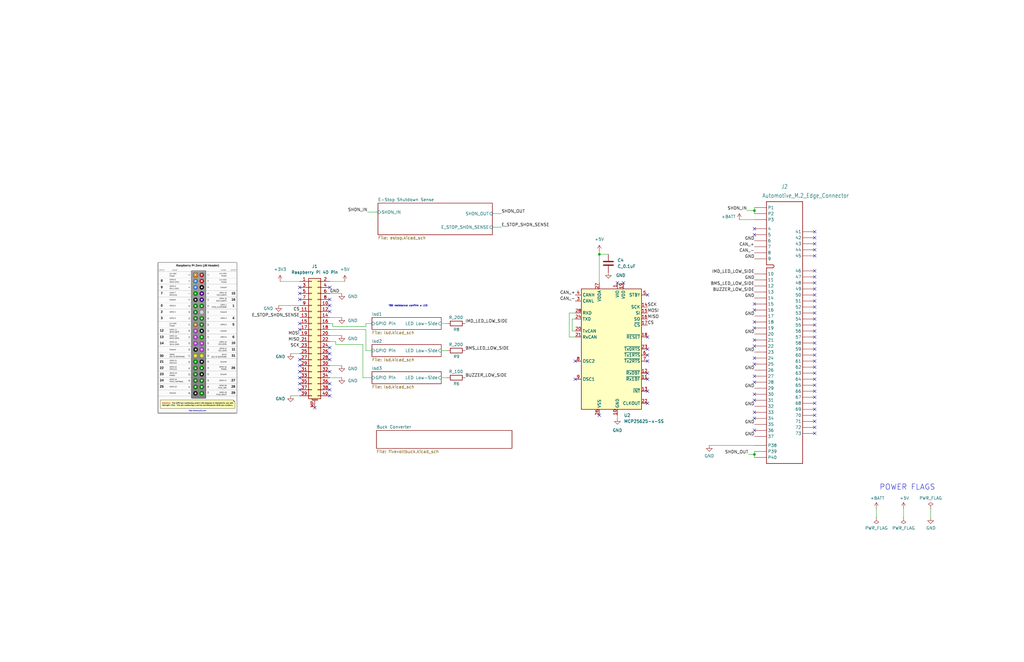
<source format=kicad_sch>
(kicad_sch (version 20211123) (generator eeschema)
  (paper "B")
  (title_block (title "OEM Pi Hat Dashboard Schematic") (date "2022-11-06") (rev "1") (company "Olin Electric Motorsports") (comment 1 "Amanda Chang"))
  (lib_symbols
    (symbol "Connector_Generic_MountingPin:Conn_02x20_Odd_Even_MountingPin" (pin_names (offset 1.016) hide)
      (property "Reference" "J" (at 1.27 25.4 0))
      (property "Value" "Conn_02x20_Odd_Even_MountingPin" (at 2.54 -27.94 0))
      (symbol "Conn_02x20_Odd_Even_MountingPin_1_1"
        (rectangle (start -1.27 -25.273) (end 0 -25.527) (stroke (width 0.1524)))
        (rectangle (start -1.27 -22.733) (end 0 -22.987) (stroke (width 0.1524)))
        (rectangle (start -1.27 -20.193) (end 0 -20.447) (stroke (width 0.1524)))
        (rectangle (start -1.27 -17.653) (end 0 -17.907) (stroke (width 0.1524)))
        (rectangle (start -1.27 -15.113) (end 0 -15.367) (stroke (width 0.1524)))
        (rectangle (start -1.27 -12.573) (end 0 -12.827) (stroke (width 0.1524)))
        (rectangle (start -1.27 -10.033) (end 0 -10.287) (stroke (width 0.1524)))
        (rectangle (start -1.27 -7.493) (end 0 -7.747) (stroke (width 0.1524)))
        (rectangle (start -1.27 -4.953) (end 0 -5.207) (stroke (width 0.1524)))
        (rectangle (start -1.27 -2.413) (end 0 -2.667) (stroke (width 0.1524)))
        (rectangle (start -1.27 0.127) (end 0 -0.127) (stroke (width 0.1524)))
        (rectangle (start -1.27 2.667) (end 0 2.413) (stroke (width 0.1524)))
        (rectangle (start -1.27 5.207) (end 0 4.953) (stroke (width 0.1524)))
        (rectangle (start -1.27 7.747) (end 0 7.493) (stroke (width 0.1524)))
        (rectangle (start -1.27 10.287) (end 0 10.033) (stroke (width 0.1524)))
        (rectangle (start -1.27 12.827) (end 0 12.573) (stroke (width 0.1524)))
        (rectangle (start -1.27 15.367) (end 0 15.113) (stroke (width 0.1524)))
        (rectangle (start -1.27 17.907) (end 0 17.653) (stroke (width 0.1524)))
        (rectangle (start -1.27 20.447) (end 0 20.193) (stroke (width 0.1524)))
        (rectangle (start -1.27 22.987) (end 0 22.733) (stroke (width 0.1524)))
        (rectangle (start -1.27 24.13) (end 3.81 -26.67) (stroke (width 0.254)) (fill (type background)))
        (polyline (pts (xy 0.254 -27.432) (xy 2.286 -27.432)) (stroke (width 0.1524)))
        (rectangle (start 3.81 -25.273) (end 2.54 -25.527) (stroke (width 0.1524)))
        (rectangle (start 3.81 -22.733) (end 2.54 -22.987) (stroke (width 0.1524)))
        (rectangle (start 3.81 -20.193) (end 2.54 -20.447) (stroke (width 0.1524)))
        (rectangle (start 3.81 -17.653) (end 2.54 -17.907) (stroke (width 0.1524)))
        (rectangle (start 3.81 -15.113) (end 2.54 -15.367) (stroke (width 0.1524)))
        (rectangle (start 3.81 -12.573) (end 2.54 -12.827) (stroke (width 0.1524)))
        (rectangle (start 3.81 -10.033) (end 2.54 -10.287) (stroke (width 0.1524)))
        (rectangle (start 3.81 -7.493) (end 2.54 -7.747) (stroke (width 0.1524)))
        (rectangle (start 3.81 -4.953) (end 2.54 -5.207) (stroke (width 0.1524)))
        (rectangle (start 3.81 -2.413) (end 2.54 -2.667) (stroke (width 0.1524)))
        (rectangle (start 3.81 0.127) (end 2.54 -0.127) (stroke (width 0.1524)))
        (rectangle (start 3.81 2.667) (end 2.54 2.413) (stroke (width 0.1524)))
        (rectangle (start 3.81 5.207) (end 2.54 4.953) (stroke (width 0.1524)))
        (rectangle (start 3.81 7.747) (end 2.54 7.493) (stroke (width 0.1524)))
        (rectangle (start 3.81 10.287) (end 2.54 10.033) (stroke (width 0.1524)))
        (rectangle (start 3.81 12.827) (end 2.54 12.573) (stroke (width 0.1524)))
        (rectangle (start 3.81 15.367) (end 2.54 15.113) (stroke (width 0.1524)))
        (rectangle (start 3.81 17.907) (end 2.54 17.653) (stroke (width 0.1524)))
        (rectangle (start 3.81 20.447) (end 2.54 20.193) (stroke (width 0.1524)))
        (rectangle (start 3.81 22.987) (end 2.54 22.733) (stroke (width 0.1524)))
        (text "Mounting" (at 1.27 -27.051 0) (effects (font (size 0.381 0.381))))
        (pin passive line (at -5.08 22.86 0) (length 3.81) (name "Pin_1") (number "1"))
        (pin passive line (at 7.62 12.7 180) (length 3.81) (name "Pin_10") (number "10"))
        (pin passive line (at -5.08 10.16 0) (length 3.81) (name "Pin_11") (number "11"))
        (pin passive line (at 7.62 10.16 180) (length 3.81) (name "Pin_12") (number "12"))
        (pin passive line (at -5.08 7.62 0) (length 3.81) (name "Pin_13") (number "13"))
        (pin passive line (at 7.62 7.62 180) (length 3.81) (name "Pin_14") (number "14"))
        (pin passive line (at -5.08 5.08 0) (length 3.81) (name "Pin_15") (number "15"))
        (pin passive line (at 7.62 5.08 180) (length 3.81) (name "Pin_16") (number "16"))
        (pin passive line (at -5.08 2.54 0) (length 3.81) (name "Pin_17") (number "17"))
        (pin passive line (at 7.62 2.54 180) (length 3.81) (name "Pin_18") (number "18"))
        (pin passive line (at -5.08 0 0) (length 3.81) (name "Pin_19") (number "19"))
        (pin passive line (at 7.62 22.86 180) (length 3.81) (name "Pin_2") (number "2"))
        (pin passive line (at 7.62 0 180) (length 3.81) (name "Pin_20") (number "20"))
        (pin passive line (at -5.08 -2.54 0) (length 3.81) (name "Pin_21") (number "21"))
        (pin passive line (at 7.62 -2.54 180) (length 3.81) (name "Pin_22") (number "22"))
        (pin passive line (at -5.08 -5.08 0) (length 3.81) (name "Pin_23") (number "23"))
        (pin passive line (at 7.62 -5.08 180) (length 3.81) (name "Pin_24") (number "24"))
        (pin passive line (at -5.08 -7.62 0) (length 3.81) (name "Pin_25") (number "25"))
        (pin passive line (at 7.62 -7.62 180) (length 3.81) (name "Pin_26") (number "26"))
        (pin passive line (at -5.08 -10.16 0) (length 3.81) (name "Pin_27") (number "27"))
        (pin passive line (at 7.62 -10.16 180) (length 3.81) (name "Pin_28") (number "28"))
        (pin passive line (at -5.08 -12.7 0) (length 3.81) (name "Pin_29") (number "29"))
        (pin passive line (at -5.08 20.32 0) (length 3.81) (name "Pin_3") (number "3"))
        (pin passive line (at 7.62 -12.7 180) (length 3.81) (name "Pin_30") (number "30"))
        (pin passive line (at -5.08 -15.24 0) (length 3.81) (name "Pin_31") (number "31"))
        (pin passive line (at 7.62 -15.24 180) (length 3.81) (name "Pin_32") (number "32"))
        (pin passive line (at -5.08 -17.78 0) (length 3.81) (name "Pin_33") (number "33"))
        (pin passive line (at 7.62 -17.78 180) (length 3.81) (name "Pin_34") (number "34"))
        (pin passive line (at -5.08 -20.32 0) (length 3.81) (name "Pin_35") (number "35"))
        (pin passive line (at 7.62 -20.32 180) (length 3.81) (name "Pin_36") (number "36"))
        (pin passive line (at -5.08 -22.86 0) (length 3.81) (name "Pin_37") (number "37"))
        (pin passive line (at 7.62 -22.86 180) (length 3.81) (name "Pin_38") (number "38"))
        (pin passive line (at -5.08 -25.4 0) (length 3.81) (name "Pin_39") (number "39"))
        (pin passive line (at 7.62 20.32 180) (length 3.81) (name "Pin_4") (number "4"))
        (pin passive line (at 7.62 -25.4 180) (length 3.81) (name "Pin_40") (number "40"))
        (pin passive line (at -5.08 17.78 0) (length 3.81) (name "Pin_5") (number "5"))
        (pin passive line (at 7.62 17.78 180) (length 3.81) (name "Pin_6") (number "6"))
        (pin passive line (at -5.08 15.24 0) (length 3.81) (name "Pin_7") (number "7"))
        (pin passive line (at 7.62 15.24 180) (length 3.81) (name "Pin_8") (number "8"))
        (pin passive line (at -5.08 12.7 0) (length 3.81) (name "Pin_9") (number "9"))
        (pin passive line (at 1.27 -30.48 90) (length 3.048) (name "MountPin") (number "MP"))
      )
    )
    (symbol "formula:Automotive_M.2_Edge_Connector"
      (property "Reference" "J?" (at 1.27 49.53 0))
      (property "Value" "Automotive_M.2_Edge_Connector" (at 7.62 45.72 0))
      (symbol "Automotive_M.2_Edge_Connector_0_1"
        (arc (start -5.0436 15.2415) (mid -4.4198 15.8765) (end -5.0436 16.5115) (stroke (width 0.25)))
        (polyline (pts (xy -7.62 15.24) (xy -5.08 15.24)) (stroke (width 0.25)))
        (polyline (pts (xy -7.62 16.51) (xy -5.08 16.51)) (stroke (width 0.25)))
        (polyline (pts (xy -7.62 43.18) (xy -7.62 16.51)) (stroke (width 0.25)))
        (polyline (pts (xy 7.62 -67.31) (xy -7.62 -67.31)) (stroke (width 0.25)))
      )
      (symbol "Automotive_M.2_Edge_Connector_1_0"
        (polyline (pts (xy -7.62 -67.31) (xy -7.62 15.24)) (stroke (width 0.254)))
        (polyline (pts (xy 7.62 43.18) (xy -7.62 43.18)) (stroke (width 0.254)))
        (polyline (pts (xy 7.62 43.18) (xy 7.62 -67.31)) (stroke (width 0.254)))
        (pin bidirectional line (at -12.7 12.7 0) (length 5.08) (name "10") (number "10"))
        (pin bidirectional line (at -12.7 10.16 0) (length 5.08) (name "11") (number "11"))
        (pin bidirectional line (at -12.7 7.62 0) (length 5.08) (name "12") (number "12"))
        (pin bidirectional line (at -12.7 5.08 0) (length 5.08) (name "13") (number "13"))
        (pin bidirectional line (at -12.7 2.54 0) (length 5.08) (name "14") (number "14"))
        (pin bidirectional line (at -12.7 0 0) (length 5.08) (name "15") (number "15"))
        (pin bidirectional line (at -12.7 -2.54 0) (length 5.08) (name "16") (number "16"))
        (pin bidirectional line (at -12.7 -5.08 0) (length 5.08) (name "17") (number "17"))
        (pin bidirectional line (at -12.7 -7.62 0) (length 5.08) (name "18") (number "18"))
        (pin bidirectional line (at -12.7 -10.16 0) (length 5.08) (name "19") (number "19"))
        (pin bidirectional line (at -12.7 -12.7 0) (length 5.08) (name "20") (number "20"))
        (pin bidirectional line (at -12.7 -15.24 0) (length 5.08) (name "21") (number "21"))
        (pin bidirectional line (at -12.7 -17.78 0) (length 5.08) (name "22") (number "22"))
        (pin bidirectional line (at -12.7 -20.32 0) (length 5.08) (name "23") (number "23"))
        (pin bidirectional line (at -12.7 -22.86 0) (length 5.08) (name "24") (number "24"))
        (pin bidirectional line (at -12.7 -25.4 0) (length 5.08) (name "25") (number "25"))
        (pin bidirectional line (at -12.7 -27.94 0) (length 5.08) (name "26") (number "26"))
        (pin bidirectional line (at -12.7 -30.48 0) (length 5.08) (name "27") (number "27"))
        (pin bidirectional line (at -12.7 -33.02 0) (length 5.08) (name "28") (number "28"))
        (pin bidirectional line (at -12.7 -35.56 0) (length 5.08) (name "29") (number "29"))
        (pin bidirectional line (at -12.7 -38.1 0) (length 5.08) (name "30") (number "30"))
        (pin bidirectional line (at -12.7 -40.64 0) (length 5.08) (name "31") (number "31"))
        (pin bidirectional line (at -12.7 -43.18 0) (length 5.08) (name "32") (number "32"))
        (pin bidirectional line (at -12.7 -45.72 0) (length 5.08) (name "33") (number "33"))
        (pin bidirectional line (at -12.7 -48.26 0) (length 5.08) (name "34") (number "34"))
        (pin bidirectional line (at -12.7 -50.8 0) (length 5.08) (name "35") (number "35"))
        (pin bidirectional line (at -12.7 -53.34 0) (length 5.08) (name "36") (number "36"))
        (pin bidirectional line (at -12.7 -55.88 0) (length 5.08) (name "37") (number "37"))
        (pin bidirectional line (at -12.7 31.75 0) (length 5.08) (name "4") (number "4"))
        (pin bidirectional line (at 12.7 30.48 180) (length 5.08) (name "41") (number "41"))
        (pin bidirectional line (at 12.7 27.94 180) (length 5.08) (name "42") (number "42"))
        (pin bidirectional line (at 12.7 25.4 180) (length 5.08) (name "43") (number "43"))
        (pin bidirectional line (at 12.7 22.86 180) (length 5.08) (name "44") (number "44"))
        (pin bidirectional line (at 12.7 20.32 180) (length 5.08) (name "45") (number "45"))
        (pin bidirectional line (at 12.7 13.97 180) (length 5.08) (name "46") (number "46"))
        (pin bidirectional line (at 12.7 11.43 180) (length 5.08) (name "47") (number "47"))
        (pin bidirectional line (at 12.7 8.89 180) (length 5.08) (name "48") (number "48"))
        (pin bidirectional line (at 12.7 6.35 180) (length 5.08) (name "49") (number "49"))
        (pin bidirectional line (at -12.7 29.21 0) (length 5.08) (name "5") (number "5"))
        (pin bidirectional line (at 12.7 3.81 180) (length 5.08) (name "50") (number "50"))
        (pin bidirectional line (at 12.7 1.27 180) (length 5.08) (name "51") (number "51"))
        (pin bidirectional line (at 12.7 -1.27 180) (length 5.08) (name "52") (number "52"))
        (pin bidirectional line (at 12.7 -3.81 180) (length 5.08) (name "53") (number "53"))
        (pin bidirectional line (at 12.7 -6.35 180) (length 5.08) (name "54") (number "54"))
        (pin bidirectional line (at 12.7 -8.89 180) (length 5.08) (name "55") (number "55"))
        (pin bidirectional line (at 12.7 -11.43 180) (length 5.08) (name "56") (number "56"))
        (pin bidirectional line (at 12.7 -13.97 180) (length 5.08) (name "57") (number "57"))
        (pin bidirectional line (at 12.7 -16.51 180) (length 5.08) (name "58") (number "58"))
        (pin bidirectional line (at 12.7 -19.05 180) (length 5.08) (name "59") (number "59"))
        (pin bidirectional line (at -12.7 26.67 0) (length 5.08) (name "6") (number "6"))
        (pin bidirectional line (at 12.7 -21.59 180) (length 5.08) (name "60") (number "60"))
        (pin bidirectional line (at 12.7 -24.13 180) (length 5.08) (name "61") (number "61"))
        (pin bidirectional line (at 12.7 -26.67 180) (length 5.08) (name "62") (number "62"))
        (pin bidirectional line (at 12.7 -29.21 180) (length 5.08) (name "63") (number "63"))
        (pin bidirectional line (at 12.7 -31.75 180) (length 5.08) (name "64") (number "64"))
        (pin bidirectional line (at 12.7 -34.29 180) (length 5.08) (name "65") (number "65"))
        (pin bidirectional line (at 12.7 -36.83 180) (length 5.08) (name "66") (number "66"))
        (pin bidirectional line (at 12.7 -39.37 180) (length 5.08) (name "67") (number "67"))
        (pin bidirectional line (at 12.7 -41.91 180) (length 5.08) (name "68") (number "68"))
        (pin bidirectional line (at 12.7 -44.45 180) (length 5.08) (name "69") (number "69"))
        (pin bidirectional line (at -12.7 24.13 0) (length 5.08) (name "7") (number "7"))
        (pin bidirectional line (at 12.7 -46.99 180) (length 5.08) (name "70") (number "70"))
        (pin bidirectional line (at 12.7 -49.53 180) (length 5.08) (name "71") (number "71"))
        (pin bidirectional line (at 12.7 -52.07 180) (length 5.08) (name "72") (number "72"))
        (pin bidirectional line (at 12.7 -54.61 180) (length 5.08) (name "73") (number "73"))
        (pin bidirectional line (at -12.7 21.59 0) (length 5.08) (name "8") (number "8"))
        (pin bidirectional line (at -12.7 19.05 0) (length 5.08) (name "9") (number "9"))
        (pin bidirectional line (at -12.7 40.64 0) (length 5.08) (name "P1") (number "P1"))
        (pin bidirectional line (at -12.7 38.1 0) (length 5.08) (name "P2") (number "P2"))
        (pin bidirectional line (at -12.7 35.56 0) (length 5.08) (name "P3") (number "P3"))
        (pin bidirectional line (at -12.7 -59.69 0) (length 5.08) (name "P38") (number "P38"))
        (pin bidirectional line (at -12.7 -62.23 0) (length 5.08) (name "P39") (number "P39"))
        (pin bidirectional line (at -12.7 -64.77 0) (length 5.08) (name "P40") (number "P40"))
      )
    )
    (symbol "formula:C_0.1uF" (pin_numbers hide) (pin_names (offset 0.254))
      (property "Reference" "C" (at 0.635 2.54 0))
      (property "Value" "C_0.1uF" (at 0.635 -2.54 0))
      (symbol "C_0.1uF_0_1"
        (polyline (pts (xy -2.032 -0.762) (xy 2.032 -0.762)) (stroke (width 0.508)))
        (polyline (pts (xy -2.032 0.762) (xy 2.032 0.762)) (stroke (width 0.508)))
      )
      (symbol "C_0.1uF_1_1"
        (pin passive line (at 0 3.81 270) (length 2.794) (name "~") (number "1"))
        (pin passive line (at 0 -3.81 90) (length 2.794) (name "~") (number "2"))
      )
    )
    (symbol "formula:MCP25625-x-SS"
      (property "Reference" "U" (at -11.43 26.67 0))
      (property "Value" "MCP25625-x-SS" (at 15.24 26.67 0))
      (symbol "MCP25625-x-SS_0_1"
        (rectangle (start -12.7 25.4) (end 12.7 -25.4) (stroke (width 0.254)) (fill (type background)))
      )
      (symbol "MCP25625-x-SS_1_1"
        (pin power_in line (at -2.54 27.94 270) (length 2.54) (name "VIO") (number "1"))
        (pin power_in line (at -2.54 -27.94 90) (length 2.54) (name "GND") (number "10"))
        (pin output line (at -15.24 -12.7 0) (length 2.54) (name "~{Rx1BF}") (number "11"))
        (pin output line (at -15.24 -10.16 0) (length 2.54) (name "~{Rx0BF}") (number "12"))
        (pin output line (at -15.24 -17.78 0) (length 2.54) (name "~{INT}") (number "13"))
        (pin input line (at -15.24 17.78 0) (length 2.54) (name "SCK") (number "14"))
        (pin input line (at -15.24 15.24 0) (length 2.54) (name "SI") (number "15"))
        (pin output line (at -15.24 12.7 0) (length 2.54) (name "SO") (number "16"))
        (pin input line (at -15.24 10.16 0) (length 2.54) (name "~{CS}") (number "17"))
        (pin input line (at -15.24 5.08 0) (length 2.54) (name "~{RESET}") (number "18"))
        (pin power_in line (at -5.08 27.94 270) (length 2.54) (name "VDD") (number "19"))
        (pin no_connect line (at 12.7 -15.24 180) (length 2.54) hide (name "NC") (number "2"))
        (pin output line (at 15.24 7.62 180) (length 2.54) (name "TxCAN") (number "20"))
        (pin input line (at 15.24 5.08 180) (length 2.54) (name "RxCAN") (number "21"))
        (pin output line (at -15.24 -22.86 0) (length 2.54) (name "CLKOUT") (number "22"))
        (pin input line (at -15.24 0 0) (length 2.54) (name "~{Tx0RTS}") (number "23"))
        (pin input line (at 15.24 12.7 180) (length 2.54) (name "TXD") (number "24"))
        (pin no_connect line (at 12.7 -17.78 180) (length 2.54) hide (name "NC") (number "25"))
        (pin power_in line (at 5.08 -27.94 90) (length 2.54) (name "VSS") (number "26"))
        (pin power_in line (at 5.08 27.94 270) (length 2.54) (name "VDDA") (number "27"))
        (pin output line (at 15.24 15.24 180) (length 2.54) (name "RXD") (number "28"))
        (pin bidirectional line (at 15.24 20.32 180) (length 2.54) (name "CANL") (number "3"))
        (pin bidirectional line (at 15.24 22.86 180) (length 2.54) (name "CANH") (number "4"))
        (pin input line (at -15.24 22.86 0) (length 2.54) (name "STBY") (number "5"))
        (pin input line (at -15.24 -2.54 0) (length 2.54) (name "~{Tx1RTS}") (number "6"))
        (pin input line (at -15.24 -5.08 0) (length 2.54) (name "~{Tx2RTS}") (number "7"))
        (pin output line (at 15.24 -5.08 180) (length 2.54) (name "OSC2") (number "8"))
        (pin input line (at 15.24 -12.7 180) (length 2.54) (name "OSC1") (number "9"))
      )
    )
    (symbol "formula:R_100" (pin_numbers hide) (pin_names (offset 0))
      (property "Reference" "R" (at 2.032 0 90))
      (property "Value" "R_100" (at -2.54 0 90))
      (symbol "R_100_0_1"
        (rectangle (start -1.016 -2.54) (end 1.016 2.54) (stroke (width 0.254)))
      )
      (symbol "R_100_1_1"
        (pin passive line (at 0 3.81 270) (length 1.27) (name "~") (number "1"))
        (pin passive line (at 0 -3.81 90) (length 1.27) (name "~") (number "2"))
      )
    )
    (symbol "formula:R_200" (pin_numbers hide) (pin_names (offset 0))
      (property "Reference" "R" (at 2.032 0 90))
      (property "Value" "R_200" (at -2.54 0 90))
      (symbol "R_200_0_1"
        (rectangle (start -1.016 -2.54) (end 1.016 2.54) (stroke (width 0.254)))
      )
      (symbol "R_200_1_1"
        (pin passive line (at 0 3.81 270) (length 1.27) (name "~") (number "1"))
        (pin passive line (at 0 -3.81 90) (length 1.27) (name "~") (number "2"))
      )
    )
    (symbol "power:+3V3" (power) (pin_names (offset 0))
      (property "Value" "+3V3" (at 0 3.556 0))
      (symbol "+3V3_0_1"
        (polyline (pts (xy -0.762 1.27) (xy 0 2.54)))
        (polyline (pts (xy 0 0) (xy 0 2.54)))
        (polyline (pts (xy 0 2.54) (xy 0.762 1.27)))
      )
      (symbol "+3V3_1_1"
        (pin power_in line (at 0 0 90) (length 0) hide (name "+3V3") (number "1"))
      )
    )
    (symbol "power:+5V" (power) (pin_names (offset 0))
      (property "Value" "+5V" (at 0 3.556 0))
      (symbol "+5V_0_1"
        (polyline (pts (xy -0.762 1.27) (xy 0 2.54)))
        (polyline (pts (xy 0 0) (xy 0 2.54)))
        (polyline (pts (xy 0 2.54) (xy 0.762 1.27)))
      )
      (symbol "+5V_1_1"
        (pin power_in line (at 0 0 90) (length 0) hide (name "+5V") (number "1"))
      )
    )
    (symbol "power:+BATT" (power) (pin_names (offset 0))
      (property "Value" "+BATT" (at 0 3.556 0))
      (symbol "+BATT_0_1"
        (polyline (pts (xy -0.762 1.27) (xy 0 2.54)))
        (polyline (pts (xy 0 0) (xy 0 2.54)))
        (polyline (pts (xy 0 2.54) (xy 0.762 1.27)))
      )
      (symbol "+BATT_1_1"
        (pin power_in line (at 0 0 90) (length 0) hide (name "+BATT") (number "1"))
      )
    )
    (symbol "power:GND" (power) (pin_names (offset 0))
      (property "Value" "GND" (at 0 -3.81 0))
      (symbol "GND_0_1"
        (polyline (pts (xy 0 0) (xy 0 -1.27) (xy 1.27 -1.27) (xy 0 -2.54) (xy -1.27 -1.27) (xy 0 -1.27)))
      )
      (symbol "GND_1_1"
        (pin power_in line (at 0 0 270) (length 0) hide (name "GND") (number "1"))
      )
    )
    (symbol "power:PWR_FLAG" (power) (pin_numbers hide) (pin_names (offset 0) hide)
      (property "Value" "PWR_FLAG" (at 0 3.81 0))
      (symbol "PWR_FLAG_0_0"
        (pin power_out line (at 0 0 90) (length 0) (name "pwr") (number "1"))
      )
      (symbol "PWR_FLAG_0_1"
        (polyline (pts (xy 0 0) (xy 0 1.27) (xy -1.016 1.905) (xy 0 2.54) (xy 1.016 1.905) (xy 0 1.27)))
      )
    )
  )
  (junction (at 318.135 88.9))
  (junction (at 252.73 107.315))
  (junction (at 318.135 191.77))
  (no_connect (at 318.135 130.81))
  (no_connect (at 273.05 149.86))
  (no_connect (at 318.135 143.51))
  (no_connect (at 242.57 160.02))
  (no_connect (at 252.73 175.26))
  (no_connect (at 343.535 160.02))
  (no_connect (at 126.365 164.465))
  (no_connect (at 343.535 124.46))
  (no_connect (at 273.05 147.32))
  (no_connect (at 139.065 146.685))
  (no_connect (at 318.135 161.29))
  (no_connect (at 343.535 142.24))
  (no_connect (at 273.05 157.48))
  (no_connect (at 126.365 159.385))
  (no_connect (at 139.065 161.925))
  (no_connect (at 343.535 114.3))
  (no_connect (at 343.535 175.26))
  (no_connect (at 139.065 128.905))
  (no_connect (at 318.135 135.89))
  (no_connect (at 343.535 147.32))
  (no_connect (at 343.535 129.54))
  (no_connect (at 126.365 161.925))
  (no_connect (at 139.065 149.225))
  (no_connect (at 318.135 128.27))
  (no_connect (at 318.135 151.13))
  (no_connect (at 126.365 154.305))
  (no_connect (at 343.535 154.94))
  (no_connect (at 242.57 152.4))
  (no_connect (at 318.135 181.61))
  (no_connect (at 343.535 121.92))
  (no_connect (at 343.535 116.84))
  (no_connect (at 318.135 158.75))
  (no_connect (at 343.535 152.4))
  (no_connect (at 318.135 168.91))
  (no_connect (at 318.135 146.05))
  (no_connect (at 343.535 170.18))
  (no_connect (at 343.535 162.56))
  (no_connect (at 343.535 157.48))
  (no_connect (at 126.365 123.825))
  (no_connect (at 343.535 127))
  (no_connect (at 343.535 137.16))
  (no_connect (at 318.135 173.99))
  (no_connect (at 343.535 182.88))
  (no_connect (at 139.065 121.285))
  (no_connect (at 343.535 102.87))
  (no_connect (at 262.89 119.38))
  (no_connect (at 273.05 160.02))
  (no_connect (at 139.065 167.005))
  (no_connect (at 139.065 164.465))
  (no_connect (at 343.535 165.1))
  (no_connect (at 132.715 172.085))
  (no_connect (at 260.35 119.38))
  (no_connect (at 139.065 156.845))
  (no_connect (at 139.065 131.445))
  (no_connect (at 126.365 126.365))
  (no_connect (at 126.365 139.065))
  (no_connect (at 318.135 153.67))
  (no_connect (at 343.535 149.86))
  (no_connect (at 318.135 166.37))
  (no_connect (at 343.535 172.72))
  (no_connect (at 126.365 151.765))
  (no_connect (at 343.535 139.7))
  (no_connect (at 126.365 121.285))
  (no_connect (at 343.535 107.95))
  (no_connect (at 273.05 165.1))
  (no_connect (at 273.05 170.18))
  (no_connect (at 343.535 177.8))
  (no_connect (at 343.535 105.41))
  (no_connect (at 273.05 152.4))
  (no_connect (at 273.05 124.46))
  (no_connect (at 343.535 167.64))
  (no_connect (at 343.535 97.79))
  (no_connect (at 126.365 156.845))
  (no_connect (at 343.535 132.08))
  (no_connect (at 343.535 119.38))
  (no_connect (at 139.065 126.365))
  (no_connect (at 318.135 138.43))
  (no_connect (at 318.135 99.06))
  (no_connect (at 318.135 96.52))
  (no_connect (at 126.365 136.525))
  (no_connect (at 343.535 100.33))
  (no_connect (at 343.535 180.34))
  (no_connect (at 273.05 142.24))
  (no_connect (at 343.535 144.78))
  (no_connect (at 343.535 134.62))
  (no_connect (at 139.065 151.765))
  (no_connect (at 318.135 176.53))
  (wire (pts (xy 145.415 118.745) (xy 139.065 118.745)))
  (wire (pts (xy 240.03 132.08) (xy 240.03 142.24)))
  (wire (pts (xy 141.605 145.415) (xy 153.035 145.415)))
  (wire (pts (xy 241.3 134.62) (xy 241.3 139.7)))
  (wire (pts (xy 154.94 89.535) (xy 159.385 89.535)))
  (wire (pts (xy 154.305 136.525) (xy 156.845 136.525)))
  (wire (pts (xy 139.065 133.985) (xy 144.145 133.985)))
  (wire (pts (xy 207.645 95.885) (xy 211.455 95.885)))
  (wire (pts (xy 240.03 142.24) (xy 242.57 142.24)))
  (wire (pts (xy 252.73 107.315) (xy 256.54 107.315)))
  (wire (pts (xy 139.065 123.825) (xy 144.145 123.825)))
  (wire (pts (xy 154.305 139.065) (xy 154.305 147.955)))
  (wire (pts (xy 318.135 87.63) (xy 318.135 88.9)))
  (wire (pts (xy 241.3 139.7) (xy 242.57 139.7)))
  (wire (pts (xy 140.335 137.795) (xy 154.305 137.795)))
  (wire (pts (xy 153.035 145.415) (xy 153.035 159.385)))
  (wire (pts (xy 318.135 191.77) (xy 318.135 193.04)))
  (wire (pts (xy 144.145 141.605) (xy 139.065 141.605)))
  (wire (pts (xy 153.035 159.385) (xy 156.845 159.385)))
  (wire (pts (xy 186.055 159.385) (xy 188.595 159.385)))
  (wire (pts (xy 381 218.44) (xy 381 214.63)))
  (wire (pts (xy 139.065 136.525) (xy 140.335 136.525)))
  (wire (pts (xy 122.555 167.005) (xy 126.365 167.005)))
  (wire (pts (xy 139.065 144.145) (xy 141.605 144.145)))
  (wire (pts (xy 242.57 134.62) (xy 241.3 134.62)))
  (wire (pts (xy 186.055 136.525) (xy 188.595 136.525)))
  (wire (pts (xy 392.43 214.63) (xy 392.43 218.44)))
  (wire (pts (xy 299.085 187.96) (xy 318.135 187.96)))
  (wire (pts (xy 260.35 175.26) (xy 260.35 176.53)))
  (wire (pts (xy 186.055 147.955) (xy 188.595 147.955)))
  (wire (pts (xy 154.305 137.795) (xy 154.305 136.525)))
  (wire (pts (xy 314.96 88.9) (xy 318.135 88.9)))
  (wire (pts (xy 140.335 136.525) (xy 140.335 137.795)))
  (wire (pts (xy 369.57 214.63) (xy 369.57 218.44)))
  (wire (pts (xy 139.065 154.305) (xy 144.145 154.305)))
  (wire (pts (xy 252.73 107.315) (xy 252.73 119.38)))
  (wire (pts (xy 139.065 139.065) (xy 154.305 139.065)))
  (wire (pts (xy 207.645 90.17) (xy 211.455 90.17)))
  (wire (pts (xy 144.145 159.385) (xy 139.065 159.385)))
  (wire (pts (xy 311.785 92.71) (xy 318.135 92.71)))
  (wire (pts (xy 122.555 149.225) (xy 126.365 149.225)))
  (wire (pts (xy 318.135 190.5) (xy 318.135 191.77)))
  (wire (pts (xy 242.57 132.08) (xy 240.03 132.08)))
  (wire (pts (xy 141.605 144.145) (xy 141.605 145.415)))
  (wire (pts (xy 117.475 128.905) (xy 126.365 128.905)))
  (wire (pts (xy 154.305 147.955) (xy 156.845 147.955)))
  (wire (pts (xy 318.135 88.9) (xy 318.135 90.17)))
  (wire (pts (xy 315.595 191.77) (xy 318.135 191.77)))
  (wire (pts (xy 118.11 118.745) (xy 126.365 118.745)))
  (wire (pts (xy 252.73 106.045) (xy 252.73 107.315)))
  (image (at 83.2924 142.4849) (scale 0.275936))
  (text "TBD resistance; confirm w LED" (at 180.34 129.54 180) (effects (font (size 0.7 0.7)) (justify right bottom)))
  (text "POWER FLAGS\n" (at 370.84 207.01 0) (effects (font (size 2.2606 2.2606)) (justify left bottom)))
  (label "GND" (at 318.135 171.45 180))
  (label "MOSI" (at 126.365 141.605 180))
  (label "CS" (at 126.365 131.445 180))
  (label "BMS_LED_LOW_SIDE" (at 318.135 120.65 180))
  (label "GND" (at 318.135 156.21 180))
  (label "E_STOP_SHDN_SENSE" (at 126.365 133.985 180))
  (label "GND" (at 318.135 148.59 180))
  (label "SHDN_OUT" (at 315.595 191.77 180))
  (label "GND" (at 318.135 109.22 180))
  (label "GND" (at 318.135 133.35 180))
  (label "GND" (at 318.135 163.83 180))
  (label "SCK" (at 273.05 129.54 0))
  (label "CAN_-" (at 242.57 127 180))
  (label "MOSI" (at 273.05 132.08 0))
  (label "GND" (at 318.135 125.73 180))
  (label "CS" (at 273.05 137.16 0))
  (label "BUZZER_LOW_SIDE" (at 318.135 123.19 180))
  (label "CAN_-" (at 318.135 106.68 180))
  (label "MISO" (at 126.365 144.145 180))
  (label "IMD_LED_LOW_SIDE" (at 196.215 136.525 0))
  (label "CAN_+" (at 318.135 104.14 180))
  (label "SCK" (at 126.365 146.685 180))
  (label "BUZZER_LOW_SIDE" (at 196.215 159.385 0))
  (label "SHDN_IN" (at 314.96 88.9 180))
  (label "GND" (at 139.065 123.825 0))
  (label "GND" (at 318.135 118.11 180))
  (label "E_STOP_SHDN_SENSE" (at 211.455 95.885 0))
  (label "MISO" (at 273.05 134.62 0))
  (label "IMD_LED_LOW_SIDE" (at 318.135 115.57 180))
  (label "GND" (at 318.135 184.15 180))
  (label "SHDN_IN" (at 154.94 89.535 180))
  (label "BMS_LED_LOW_SIDE" (at 196.215 147.955 0))
  (label "SHDN_OUT" (at 211.455 90.17 0))
  (label "GND" (at 318.135 179.07 180))
  (label "GND" (at 318.135 140.97 180))
  (label "GND" (at 318.135 101.6 180))
  (label "CAN_+" (at 242.57 124.46 180))
  (symbol (lib_id "power:GND") (at 392.43 218.44 0) (unit 1)
    (property "Reference" "#PWR?" (effects hide))
    (property "Value" "GND" (at 392.557 222.8342 0))
  )
  (symbol (lib_id "power:PWR_FLAG") (at 369.57 218.44 180) (unit 1)
    (property "Reference" "#FLG?" (effects hide))
    (property "Value" "PWR_FLAG" (at 369.57 222.8596 0))
  )
  (symbol (lib_id "power:PWR_FLAG") (at 381 218.44 180) (unit 1)
    (property "Reference" "#FLG?" (effects hide))
    (property "Value" "PWR_FLAG" (at 381 222.8596 0))
  )
  (symbol (lib_id "power:PWR_FLAG") (at 392.43 214.63 0) (unit 1)
    (property "Reference" "#FLG?" (effects hide))
    (property "Value" "PWR_FLAG" (at 392.43 210.2104 0))
  )
  (symbol (lib_id "power:+5V") (at 381 214.63 0) (unit 1)
    (property "Reference" "#PWR?" (effects hide))
    (property "Value" "+5V" (at 381.381 210.2358 0))
  )
  (symbol (lib_id "power:+BATT") (at 369.57 214.63 0) (unit 1)
    (property "Reference" "#PWR?" (effects hide))
    (property "Value" "+BATT" (at 369.951 210.2358 0))
  )
  (symbol (lib_id "power:GND") (at 260.35 176.53 0) (unit 1)
    (property "Reference" "#PWR?" (effects hide))
    (property "Value" "GND" (at 260.35 181.61 0))
  )
  (symbol (lib_id "power:GND") (at 122.555 149.225 0) (unit 1)
    (property "Reference" "#PWR?" (effects hide))
    (property "Value" "GND" (at 116.205 150.495 0) (effects (justify left)))
  )
  (symbol (lib_id "power:GND") (at 144.145 154.305 0) (unit 1)
    (property "Reference" "#PWR?" (effects hide))
    (property "Value" "GND" (at 146.685 155.5749 0) (effects (justify left)))
  )
  (symbol (lib_id "power:+5V") (at 145.415 118.745 0) (unit 1)
    (property "Reference" "#PWR?" (effects hide))
    (property "Value" "+5V" (at 145.415 113.665 0))
  )
  (symbol (lib_id "power:+5V") (at 252.73 106.045 0) (unit 1)
    (property "Reference" "#PWR?" (effects hide))
    (property "Value" "+5V" (at 252.73 100.965 0))
  )
  (symbol (lib_id "formula:MCP25625-x-SS") (at 257.81 147.32 0) (mirror y) (unit 1)
    (property "Reference" "U2" (at 263.1187 175.26 0) (effects (justify right)))
    (property "Value" "MCP25625-x-SS" (at 263.1187 177.8 0) (effects (justify right)))
    (property "Footprint" "Package_SO:SSOP-28_5.3x10.2mm_P0.65mm" (effects hide))
    (property "Datasheet" "http://ww1.microchip.com/downloads/en/DeviceDoc/20005282B.pdf" (effects hide))
    (property "MFN" "DK" (effects hide))
    (property "MPN" "MCP25625-E/SS-ND" (effects hide))
    (property "PurchasingLink" "https://www.digikey.com/product-detail/en/microchip-technology/MCP25625-E-SS/MCP25625-E-SS-ND/4842805" (effects hide))
  )
  (symbol (lib_id "formula:Automotive_M.2_Edge_Connector") (at 330.835 128.27 0) (unit 1)
    (property "Reference" "J2" (at 330.835 78.74 0) (effects (font (size 1.778 1.5113))))
    (property "Value" "Automotive_M.2_Edge_Connector" (at 339.725 82.55 0) (effects (font (size 1.778 1.5113))))
    (property "Footprint" "footprints:Automotive_M.2_Edge_Connector" (effects hide))
  )
  (symbol (lib_id "power:GND") (at 144.145 123.825 0) (unit 1)
    (property "Reference" "#PWR?" (effects hide))
    (property "Value" "GND" (at 146.685 125.095 0) (effects (justify left)))
  )
  (symbol (lib_id "power:GND") (at 256.54 114.935 0) (unit 1)
    (property "Reference" "#PWR?" (effects hide))
    (property "Value" "GND" (at 259.715 116.205 0) (effects (justify left)))
  )
  (symbol (lib_id "formula:C_0.1uF") (at 256.54 111.125 0) (unit 1)
    (property "Reference" "C4" (at 260.35 109.8549 0) (effects (justify left)))
    (property "Value" "C_0.1uF" (at 260.35 112.3949 0) (effects (justify left)))
    (property "Footprint" "footprints:C_0805_OEM" (effects hide))
    (property "Datasheet" "http://datasheets.avx.com/X7RDielectric.pdf" (effects hide))
    (property "MFN" "DK" (effects hide))
    (property "MPN" "478-3352-1-ND" (effects hide))
    (property "PurchasingLink" "https://www.digikey.com/products/en?keywords=478-3352-1-ND" (effects hide))
  )
  (symbol (lib_id "power:GND") (at 122.555 167.005 0) (unit 1)
    (property "Reference" "#PWR?" (effects hide))
    (property "Value" "GND" (at 116.205 168.275 0) (effects (justify left)))
  )
  (symbol (lib_id "power:GND") (at 144.145 159.385 0) (unit 1)
    (property "Reference" "#PWR?" (effects hide))
    (property "Value" "GND" (at 146.685 160.6549 0) (effects (justify left)))
  )
  (symbol (lib_id "power:GND") (at 144.145 133.985 0) (unit 1)
    (property "Reference" "#PWR?" (effects hide))
    (property "Value" "GND" (at 146.685 135.255 0) (effects (justify left)))
  )
  (symbol (lib_id "formula:R_200") (at 192.405 136.525 270) (unit 1)
    (property "Reference" "R8" (at 191.135 139.065 90) (effects (justify left)))
    (property "Value" "R_200" (at 189.23 133.985 90) (effects (justify left)))
    (property "Footprint" "footprints:R_0805_OEM" (effects hide))
    (property "Datasheet" "https://www.seielect.com/Catalog/SEI-RMCF_RMCP.pdf" (effects hide))
    (property "MFN" "DK" (effects hide))
    (property "MPN" "RMCF0805JT200RCT-ND" (effects hide))
    (property "PurchasingLink" "https://www.digikey.com/products/en?keywords=RMCF0805JT200RCT-ND" (effects hide))
  )
  (symbol (lib_id "power:GND") (at 144.145 141.605 0) (unit 1)
    (property "Reference" "#PWR?" (effects hide))
    (property "Value" "GND" (at 146.685 142.875 0) (effects (justify left)))
  )
  (symbol (lib_id "formula:R_200") (at 192.405 147.955 270) (unit 1)
    (property "Reference" "R9" (at 191.135 150.495 90) (effects (justify left)))
    (property "Value" "R_200" (at 189.23 145.415 90) (effects (justify left)))
    (property "Footprint" "footprints:R_0805_OEM" (effects hide))
    (property "Datasheet" "https://www.seielect.com/Catalog/SEI-RMCF_RMCP.pdf" (effects hide))
    (property "MFN" "DK" (effects hide))
    (property "MPN" "RMCF0805JT200RCT-ND" (effects hide))
    (property "PurchasingLink" "https://www.digikey.com/products/en?keywords=RMCF0805JT200RCT-ND" (effects hide))
  )
  (symbol (lib_id "power:GND") (at 299.085 187.96 0) (unit 1)
    (property "Reference" "#PWR?" (effects hide))
    (property "Value" "GND" (at 299.085 192.405 0))
  )
  (symbol (lib_id "power:+3V3") (at 118.11 118.745 0) (unit 1)
    (property "Reference" "#PWR?" (effects hide))
    (property "Value" "+3V3" (at 118.11 113.665 0))
  )
  (symbol (lib_id "formula:R_100") (at 192.405 159.385 270) (unit 1)
    (property "Reference" "R6" (at 191.135 161.925 90) (effects (justify left)))
    (property "Value" "R_100" (at 189.23 156.845 90) (effects (justify left)))
    (property "Footprint" "footprints:R_0805_OEM" (effects hide))
    (property "Datasheet" "https://www.seielect.com/Catalog/SEI-rncp.pdf" (effects hide))
    (property "MFN" "DK" (effects hide))
    (property "MPN" "RNCP0805FTD100RCT-ND" (effects hide))
    (property "PurchasingLink" "https://www.digikey.com/products/en?keywords=RNCP0805FTD100RCT-ND" (effects hide))
  )
  (symbol (lib_id "Connector_Generic_MountingPin:Conn_02x20_Odd_Even_MountingPin") (at 131.445 141.605 0) (unit 1)
    (property "Reference" "J1" (at 132.715 112.395 0))
    (property "Value" "Raspberry Pi 40 Pin" (at 132.715 114.935 0))
    (property "Footprint" "Connector_IDC:IDC-Header_2x20-1MP_P2.54mm_Latch6.5mm_Vertical" (effects hide))
  )
  (symbol (lib_id "power:GND") (at 117.475 128.905 0) (unit 1)
    (property "Reference" "#PWR?" (effects hide))
    (property "Value" "GND" (at 111.125 130.175 0) (effects (justify left)))
  )
  (symbol (lib_id "power:+BATT") (at 311.785 92.71 0) (unit 1)
    (property "Reference" "#PWR?" (effects hide))
    (property "Value" "+BATT" (at 304.165 91.44 0) (effects (justify left)))
  )
  (sheet (at 156.845 133.985) (size 29.21 5.08) (stroke (width 0.1524))
    (property "Sheet name" "lsd1" (at 156.845 133.2734 0) (effects (justify left bottom)))
    (property "Sheet file" "lsd.kicad_sch" (at 156.845 139.6496 0) (effects (justify left top)))
    (pin "GPIO Pin" input (at 156.845 136.525 180))
    (pin "LED Low-Side" input (at 186.055 136.525 0))
  )
  (sheet (at 156.845 145.415) (size 29.21 5.08) (stroke (width 0.1524))
    (property "Sheet name" "lsd2" (at 156.845 144.7034 0) (effects (justify left bottom)))
    (property "Sheet file" "lsd.kicad_sch" (at 156.845 151.0796 0) (effects (justify left top)))
    (pin "GPIO Pin" input (at 156.845 147.955 180))
    (pin "LED Low-Side" input (at 186.055 147.955 0))
  )
  (sheet (at 156.845 156.845) (size 29.21 5.08) (stroke (width 0.1524))
    (property "Sheet name" "lsd3" (at 156.845 156.1334 0) (effects (justify left bottom)))
    (property "Sheet file" "lsd.kicad_sch" (at 156.845 162.5096 0) (effects (justify left top)))
    (pin "GPIO Pin" input (at 156.845 159.385 180))
    (pin "LED Low-Side" input (at 186.055 159.385 0))
  )
  (sheet (at 159.385 85.725) (size 48.26 13.335) (stroke (width 0.1524))
    (property "Sheet name" "E-Stop Shutdown Sense" (at 159.385 85.0134 0) (effects (justify left bottom)))
    (property "Sheet file" "estop.kicad_sch" (at 159.385 99.6446 0) (effects (justify left top)))
    (pin "SHDN_OUT" input (at 207.645 90.17 0))
    (pin "SHDN_IN" input (at 159.385 89.535 180))
    (pin "E_STOP_SHDN_SENSE" input (at 207.645 95.885 0))
  )
  (sheet (at 158.75 181.61) (size 57.15 7.62) (stroke (width 0.1524))
    (property "Sheet name" "Buck Converter" (at 158.75 180.8984 0) (effects (justify left bottom)))
    (property "Sheet file" "fivevoltbuck.kicad_sch" (at 158.75 189.8146 0) (effects (justify left top)))
  )
)
</source>
